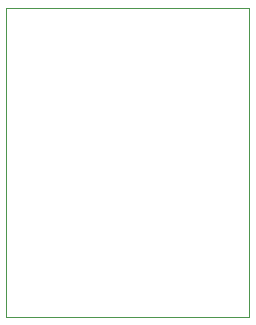
<source format=gbr>
%TF.GenerationSoftware,KiCad,Pcbnew,5.1.6*%
%TF.CreationDate,2021-04-23T20:37:08+02:00*%
%TF.ProjectId,prog,70726f67-2e6b-4696-9361-645f70636258,rev?*%
%TF.SameCoordinates,Original*%
%TF.FileFunction,Profile,NP*%
%FSLAX46Y46*%
G04 Gerber Fmt 4.6, Leading zero omitted, Abs format (unit mm)*
G04 Created by KiCad (PCBNEW 5.1.6) date 2021-04-23 20:37:08*
%MOMM*%
%LPD*%
G01*
G04 APERTURE LIST*
%TA.AperFunction,Profile*%
%ADD10C,0.050000*%
%TD*%
G04 APERTURE END LIST*
D10*
X48006000Y-164592000D02*
X48006000Y-138430000D01*
X68580000Y-164592000D02*
X48006000Y-164592000D01*
X68580000Y-138430000D02*
X68580000Y-164592000D01*
X48006000Y-138430000D02*
X68580000Y-138430000D01*
M02*

</source>
